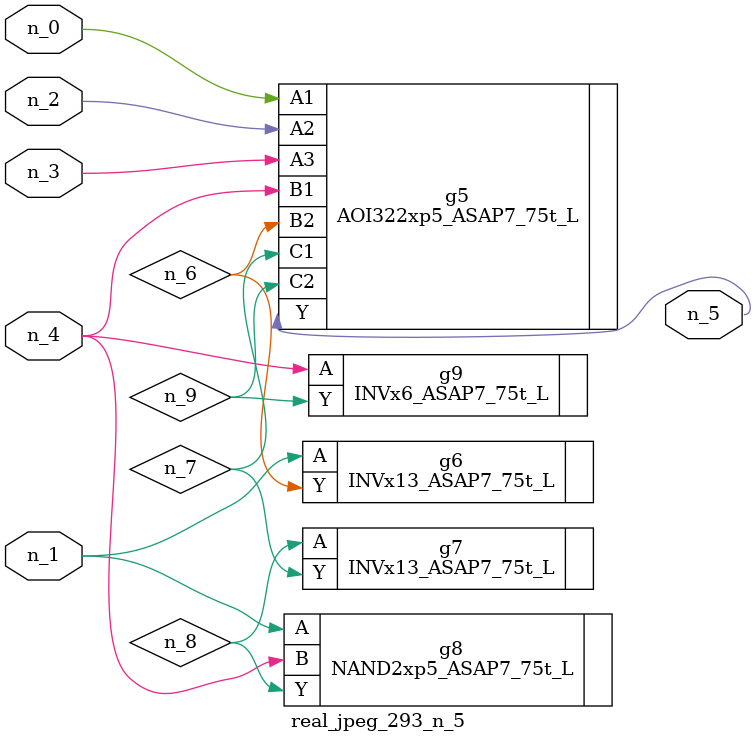
<source format=v>
module real_jpeg_293_n_5 (n_4, n_0, n_1, n_2, n_3, n_5);

input n_4;
input n_0;
input n_1;
input n_2;
input n_3;

output n_5;

wire n_8;
wire n_6;
wire n_7;
wire n_9;

AOI322xp5_ASAP7_75t_L g5 ( 
.A1(n_0),
.A2(n_2),
.A3(n_3),
.B1(n_4),
.B2(n_6),
.C1(n_7),
.C2(n_9),
.Y(n_5)
);

INVx13_ASAP7_75t_L g6 ( 
.A(n_1),
.Y(n_6)
);

NAND2xp5_ASAP7_75t_L g8 ( 
.A(n_1),
.B(n_4),
.Y(n_8)
);

INVx6_ASAP7_75t_L g9 ( 
.A(n_4),
.Y(n_9)
);

INVx13_ASAP7_75t_L g7 ( 
.A(n_8),
.Y(n_7)
);


endmodule
</source>
